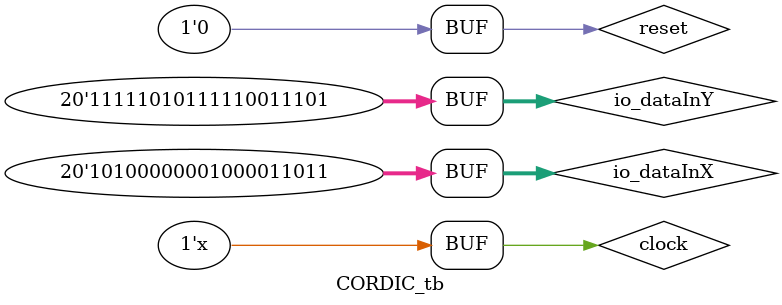
<source format=sv>
module CORDIC_tb;

  reg           clock;
  reg           reset;
  reg  [19 : 0] io_dataInX;
  reg  [19 : 0] io_dataInY;
  wire [49 : 0] io_dataOutX;
  wire [49 : 0] io_dataOutPhase;

  CORDIC dut (
    .clock(clock),
    .reset(reset),
    .io_dataInX(io_dataInX),
    .io_dataInY(io_dataInY),
    .io_dataOutX(io_dataOutX),
    .io_dataOutPhase(io_dataOutPhase)
  );

  initial begin
    clock      = 0;
    reset      = 0;
    io_dataInX = 0;
    io_dataInY = 0;

    #10;
    io_dataInX = 20'b11000000000000000000;
    io_dataInY = 20'b00000000000000000000;
    #10;
    io_dataInX = 20'b11000000000101100111;
    io_dataInY = 20'b11111100101001101000;
    #10;
    io_dataInX = 20'b11000000010110011100;
    io_dataInY = 20'b11111001010011110110;
    #10;
    io_dataInX = 20'b11000000110010011011;
    io_dataInY = 20'b11110101111111010000;
    #10;
    io_dataInX = 20'b11000001011001100000;
    io_dataInY = 20'b11110010101100011001;
    #10;
    io_dataInX = 20'b11000010001011100100;
    io_dataInY = 20'b11101111011011111000;
    #10;
    io_dataInX = 20'b11000011001000011110;
    io_dataInY = 20'b11101100001110010001;
    #10;
    io_dataInX = 20'b11000100010000000011;
    io_dataInY = 20'b11101001000100001000;
    #10;
    io_dataInX = 20'b11000101100010001000;
    io_dataInY = 20'b11100101111110000000;
    #10;
    io_dataInX = 20'b11000110111110011100;
    io_dataInY = 20'b11100010111100011101;
    #10;
    io_dataInX = 20'b11001000100100110001;
    io_dataInY = 20'b11100000000000000000;
    #10;
    io_dataInX = 20'b11001010010100110100;
    io_dataInY = 20'b11011101001001001010;
    #10;
    io_dataInX = 20'b11001100001110010001;
    io_dataInY = 20'b11011010011000011100;
    #10;
    io_dataInX = 20'b11001110010000110100;
    io_dataInY = 20'b11010111101110010011;
    #10;
    io_dataInX = 20'b11010000011100000101;
    io_dataInY = 20'b11010101001011001111;
    #10;
    io_dataInX = 20'b11010010101111101100;
    io_dataInY = 20'b11010010101111101100;
    #10;
    io_dataInX = 20'b11010101001011001111;
    io_dataInY = 20'b11010000011100000101;
    #10;
    io_dataInX = 20'b11010111101110010011;
    io_dataInY = 20'b11001110010000110100;
    #10;
    io_dataInX = 20'b11011010011000011100;
    io_dataInY = 20'b11001100001110010001;
    #10;
    io_dataInX = 20'b11011101001001001010;
    io_dataInY = 20'b11001010010100110100;
    #10;
    io_dataInX = 20'b11100000000000000000;
    io_dataInY = 20'b11001000100100110001;
    #10;
    io_dataInX = 20'b11100010111100011101;
    io_dataInY = 20'b11000110111110011100;
    #10;
    io_dataInX = 20'b11100101111110000000;
    io_dataInY = 20'b11000101100010001000;
    #10;
    io_dataInX = 20'b11101001000100001000;
    io_dataInY = 20'b11000100010000000011;
    #10;
    io_dataInX = 20'b11101100001110010001;
    io_dataInY = 20'b11000011001000011110;
    #10;
    io_dataInX = 20'b11101111011011111000;
    io_dataInY = 20'b11000010001011100100;
    #10;
    io_dataInX = 20'b11110010101100011001;
    io_dataInY = 20'b11000001011001100000;
    #10;
    io_dataInX = 20'b11110101111111010000;
    io_dataInY = 20'b11000000110010011011;
    #10;
    io_dataInX = 20'b11111001010011110110;
    io_dataInY = 20'b11000000010110011100;
    #10;
    io_dataInX = 20'b11111100101001101000;
    io_dataInY = 20'b11000000000101100111;
    #10;
    io_dataInX = 20'b00000000000000000000;
    io_dataInY = 20'b11000000000000000000;
    #10;
    io_dataInX = 20'b00000011010110011000;
    io_dataInY = 20'b11000000000101100111;
    #10;
    io_dataInX = 20'b00000110101100001010;
    io_dataInY = 20'b11000000010110011100;
    #10;
    io_dataInX = 20'b00001010000000110000;
    io_dataInY = 20'b11000000110010011011;
    #10;
    io_dataInX = 20'b00001101010011100111;
    io_dataInY = 20'b11000001011001100000;
    #10;
    io_dataInX = 20'b00010000100100001000;
    io_dataInY = 20'b11000010001011100100;
    #10;
    io_dataInX = 20'b00010011110001101111;
    io_dataInY = 20'b11000011001000011110;
    #10;
    io_dataInX = 20'b00010110111011111000;
    io_dataInY = 20'b11000100010000000011;
    #10;
    io_dataInX = 20'b00011010000010000000;
    io_dataInY = 20'b11000101100010001000;
    #10;
    io_dataInX = 20'b00011101000011100011;
    io_dataInY = 20'b11000110111110011100;
    #10;
    io_dataInX = 20'b00100000000000000000;
    io_dataInY = 20'b11001000100100110001;
    #10;
    io_dataInX = 20'b00100010110110110110;
    io_dataInY = 20'b11001010010100110100;
    #10;
    io_dataInX = 20'b00100101100111100100;
    io_dataInY = 20'b11001100001110010001;
    #10;
    io_dataInX = 20'b00101000010001101101;
    io_dataInY = 20'b11001110010000110100;
    #10;
    io_dataInX = 20'b00101010110100110001;
    io_dataInY = 20'b11010000011100000101;
    #10;
    io_dataInX = 20'b00101101010000010100;
    io_dataInY = 20'b11010010101111101100;
    #10;
    io_dataInX = 20'b00101111100011111011;
    io_dataInY = 20'b11010101001011001111;
    #10;
    io_dataInX = 20'b00110001101111001100;
    io_dataInY = 20'b11010111101110010011;
    #10;
    io_dataInX = 20'b00110011110001101111;
    io_dataInY = 20'b11011010011000011100;
    #10;
    io_dataInX = 20'b00110101101011001100;
    io_dataInY = 20'b11011101001001001010;
    #10;
    io_dataInX = 20'b00110111011011001111;
    io_dataInY = 20'b11100000000000000000;
    #10;
    io_dataInX = 20'b00111001000001100100;
    io_dataInY = 20'b11100010111100011101;
    #10;
    io_dataInX = 20'b00111010011101111000;
    io_dataInY = 20'b11100101111110000000;
    #10;
    io_dataInX = 20'b00111011101111111101;
    io_dataInY = 20'b11101001000100001000;
    #10;
    io_dataInX = 20'b00111100110111100010;
    io_dataInY = 20'b11101100001110010001;
    #10;
    io_dataInX = 20'b00111101110100011100;
    io_dataInY = 20'b11101111011011111000;
    #10;
    io_dataInX = 20'b00111110100110100000;
    io_dataInY = 20'b11110010101100011001;
    #10;
    io_dataInX = 20'b00111111001101100101;
    io_dataInY = 20'b11110101111111010000;
    #10;
    io_dataInX = 20'b00111111101001100100;
    io_dataInY = 20'b11111001010011110110;
    #10;
    io_dataInX = 20'b00111111111010011001;
    io_dataInY = 20'b11111100101001101000;
    #10;
    io_dataInX = 20'b01000000000000000000;
    io_dataInY = 20'b00000000000000000000;
    #10;
    io_dataInX = 20'b00111111111010011001;
    io_dataInY = 20'b00000011010110011000;
    #10;
    io_dataInX = 20'b00111111101001100100;
    io_dataInY = 20'b00000110101100001010;
    #10;
    io_dataInX = 20'b00111111001101100101;
    io_dataInY = 20'b00001010000000110000;
    #10;
    io_dataInX = 20'b00111110100110100000;
    io_dataInY = 20'b00001101010011100111;
    #10;
    io_dataInX = 20'b00111101110100011100;
    io_dataInY = 20'b00010000100100001000;
    #10;
    io_dataInX = 20'b00111100110111100010;
    io_dataInY = 20'b00010011110001101111;
    #10;
    io_dataInX = 20'b00111011101111111101;
    io_dataInY = 20'b00010110111011111000;
    #10;
    io_dataInX = 20'b00111010011101111000;
    io_dataInY = 20'b00011010000010000000;
    #10;
    io_dataInX = 20'b00111001000001100100;
    io_dataInY = 20'b00011101000011100011;
    #10;
    io_dataInX = 20'b00110111011011001111;
    io_dataInY = 20'b00100000000000000000;
    #10;
    io_dataInX = 20'b00110101101011001100;
    io_dataInY = 20'b00100010110110110110;
    #10;
    io_dataInX = 20'b00110011110001101111;
    io_dataInY = 20'b00100101100111100100;
    #10;
    io_dataInX = 20'b00110001101111001100;
    io_dataInY = 20'b00101000010001101101;
    #10;
    io_dataInX = 20'b00101111100011111011;
    io_dataInY = 20'b00101010110100110001;
    #10;
    io_dataInX = 20'b00101101010000010100;
    io_dataInY = 20'b00101101010000010100;
    #10;
    io_dataInX = 20'b00101010110100110001;
    io_dataInY = 20'b00101111100011111011;
    #10;
    io_dataInX = 20'b00101000010001101101;
    io_dataInY = 20'b00110001101111001100;
    #10;
    io_dataInX = 20'b00100101100111100100;
    io_dataInY = 20'b00110011110001101111;
    #10;
    io_dataInX = 20'b00100010110110110110;
    io_dataInY = 20'b00110101101011001100;
    #10;
    io_dataInX = 20'b00100000000000000000;
    io_dataInY = 20'b00110111011011001111;
    #10;
    io_dataInX = 20'b00011101000011100011;
    io_dataInY = 20'b00111001000001100100;
    #10;
    io_dataInX = 20'b00011010000010000000;
    io_dataInY = 20'b00111010011101111000;
    #10;
    io_dataInX = 20'b00010110111011111000;
    io_dataInY = 20'b00111011101111111101;
    #10;
    io_dataInX = 20'b00010011110001101111;
    io_dataInY = 20'b00111100110111100010;
    #10;
    io_dataInX = 20'b00010000100100001000;
    io_dataInY = 20'b00111101110100011100;
    #10;
    io_dataInX = 20'b00001101010011100111;
    io_dataInY = 20'b00111110100110100000;
    #10;
    io_dataInX = 20'b00001010000000110000;
    io_dataInY = 20'b00111111001101100101;
    #10;
    io_dataInX = 20'b00000110101100001010;
    io_dataInY = 20'b00111111101001100100;
    #10;
    io_dataInX = 20'b00000011010110011000;
    io_dataInY = 20'b00111111111010011001;
    #10;
    io_dataInX = 20'b00000000000000000000;
    io_dataInY = 20'b01000000000000000000;
    #10;
    io_dataInX = 20'b11111100101001101000;
    io_dataInY = 20'b00111111111010011001;
    #10;
    io_dataInX = 20'b11111001010011110110;
    io_dataInY = 20'b00111111101001100100;
    #10;
    io_dataInX = 20'b11110101111111010000;
    io_dataInY = 20'b00111111001101100101;
    #10;
    io_dataInX = 20'b11110010101100011001;
    io_dataInY = 20'b00111110100110100000;
    #10;
    io_dataInX = 20'b11101111011011111000;
    io_dataInY = 20'b00111101110100011100;
    #10;
    io_dataInX = 20'b11101100001110010001;
    io_dataInY = 20'b00111100110111100010;
    #10;
    io_dataInX = 20'b11101001000100001000;
    io_dataInY = 20'b00111011101111111101;
    #10;
    io_dataInX = 20'b11100101111110000000;
    io_dataInY = 20'b00111010011101111000;
    #10;
    io_dataInX = 20'b11100010111100011101;
    io_dataInY = 20'b00111001000001100100;
    #10;
    io_dataInX = 20'b11100000000000000000;
    io_dataInY = 20'b00110111011011001111;
    #10;
    io_dataInX = 20'b11011101001001001010;
    io_dataInY = 20'b00110101101011001100;
    #10;
    io_dataInX = 20'b11011010011000011100;
    io_dataInY = 20'b00110011110001101111;
    #10;
    io_dataInX = 20'b11010111101110010011;
    io_dataInY = 20'b00110001101111001100;
    #10;
    io_dataInX = 20'b11010101001011001111;
    io_dataInY = 20'b00101111100011111011;
    #10;
    io_dataInX = 20'b11010010101111101100;
    io_dataInY = 20'b00101101010000010100;
    #10;
    io_dataInX = 20'b11010000011100000101;
    io_dataInY = 20'b00101010110100110001;
    #10;
    io_dataInX = 20'b11001110010000110100;
    io_dataInY = 20'b00101000010001101101;
    #10;
    io_dataInX = 20'b11001100001110010001;
    io_dataInY = 20'b00100101100111100100;
    #10;
    io_dataInX = 20'b11001010010100110100;
    io_dataInY = 20'b00100010110110110110;
    #10;
    io_dataInX = 20'b11001000100100110001;
    io_dataInY = 20'b00100000000000000000;
    #10;
    io_dataInX = 20'b11000110111110011100;
    io_dataInY = 20'b00011101000011100011;
    #10;
    io_dataInX = 20'b11000101100010001000;
    io_dataInY = 20'b00011010000010000000;
    #10;
    io_dataInX = 20'b11000100010000000011;
    io_dataInY = 20'b00010110111011111000;
    #10;
    io_dataInX = 20'b11000011001000011110;
    io_dataInY = 20'b00010011110001101111;
    #10;
    io_dataInX = 20'b11000010001011100100;
    io_dataInY = 20'b00010000100100001000;
    #10;
    io_dataInX = 20'b11000001011001100000;
    io_dataInY = 20'b00001101010011100111;
    #10;
    io_dataInX = 20'b11000000110010011011;
    io_dataInY = 20'b00001010000000110000;
    #10;
    io_dataInX = 20'b11000000010110011100;
    io_dataInY = 20'b00000110101100001010;
    #10;
    io_dataInX = 20'b11000000000101100111;
    io_dataInY = 20'b00000011010110011000;

    #10;
    io_dataInX = 20'b10100000000000000000;
    io_dataInY = 20'b00000000000000000000;
    #10;
    io_dataInX = 20'b10100000001000011011;
    io_dataInY = 20'b00000101000001100011;
    #10;
    io_dataInX = 20'b10100000100001101010;
    io_dataInY = 20'b00001010000010001110;
    #10;
    io_dataInX = 20'b10100001001011101001;
    io_dataInY = 20'b00001111000001001001;
    #10;
    io_dataInX = 20'b10100010000110010001;
    io_dataInY = 20'b00010011111101011010;
    #10;
    io_dataInX = 20'b10100011010001010111;
    io_dataInY = 20'b00011000110110001100;
    #10;
    io_dataInX = 20'b10100100101100101101;
    io_dataInY = 20'b00011101101010100110;
    #10;
    io_dataInX = 20'b10100110011000000101;
    io_dataInY = 20'b00100010011001110100;
    #10;
    io_dataInX = 20'b10101000010011001011;
    io_dataInY = 20'b00100111000010111111;
    #10;
    io_dataInX = 20'b10101010011101101010;
    io_dataInY = 20'b00101011100101010100;
    #10;
    io_dataInX = 20'b10101100110111001001;
    io_dataInY = 20'b00110000000000000000;
    #10;
    io_dataInX = 20'b10101111011111001101;
    io_dataInY = 20'b00110100010010010001;
    #10;
    io_dataInX = 20'b10110010010101011010;
    io_dataInY = 20'b00111000011011010111;
    #10;
    io_dataInX = 20'b10110101011001001110;
    io_dataInY = 20'b00111100011010100011;
    #10;
    io_dataInX = 20'b10111000101010001000;
    io_dataInY = 20'b01000000001111001001;
    #10;
    io_dataInX = 20'b10111100000111100010;
    io_dataInY = 20'b01000011111000011110;
    #10;
    io_dataInX = 20'b10111111110000110111;
    io_dataInY = 20'b01000111010101111000;
    #10;
    io_dataInX = 20'b11000011100101011101;
    io_dataInY = 20'b01001010100110110010;
    #10;
    io_dataInX = 20'b11000111100100101001;
    io_dataInY = 20'b01001101101010100110;
    #10;
    io_dataInX = 20'b11001011101101101111;
    io_dataInY = 20'b01010000100000110011;
    #10;
    io_dataInX = 20'b11010000000000000000;
    io_dataInY = 20'b01010011001000110111;
    #10;
    io_dataInX = 20'b11010100011010101100;
    io_dataInY = 20'b01010101100010010110;
    #10;
    io_dataInX = 20'b11011000111101000001;
    io_dataInY = 20'b01010111101100110101;
    #10;
    io_dataInX = 20'b11011101100110001100;
    io_dataInY = 20'b01011001100111111011;
    #10;
    io_dataInX = 20'b11100010010101011010;
    io_dataInY = 20'b01011011010011010011;
    #10;
    io_dataInX = 20'b11100111001001110100;
    io_dataInY = 20'b01011100101110101001;
    #10;
    io_dataInX = 20'b11101100000010100110;
    io_dataInY = 20'b01011101111001101111;
    #10;
    io_dataInX = 20'b11110000111110110111;
    io_dataInY = 20'b01011110110100010111;
    #10;
    io_dataInX = 20'b11110101111101110010;
    io_dataInY = 20'b01011111011110010110;
    #10;
    io_dataInX = 20'b11111010111110011101;
    io_dataInY = 20'b01011111110111100101;
    #10;
    io_dataInX = 20'b00000000000000000000;
    io_dataInY = 20'b01100000000000000000;
    #10;
    io_dataInX = 20'b00000101000001100011;
    io_dataInY = 20'b01011111110111100101;
    #10;
    io_dataInX = 20'b00001010000010001110;
    io_dataInY = 20'b01011111011110010110;
    #10;
    io_dataInX = 20'b00001111000001001001;
    io_dataInY = 20'b01011110110100010111;
    #10;
    io_dataInX = 20'b00010011111101011010;
    io_dataInY = 20'b01011101111001101111;
    #10;
    io_dataInX = 20'b00011000110110001100;
    io_dataInY = 20'b01011100101110101001;
    #10;
    io_dataInX = 20'b00011101101010100110;
    io_dataInY = 20'b01011011010011010011;
    #10;
    io_dataInX = 20'b00100010011001110100;
    io_dataInY = 20'b01011001100111111011;
    #10;
    io_dataInX = 20'b00100111000010111111;
    io_dataInY = 20'b01010111101100110101;
    #10;
    io_dataInX = 20'b00101011100101010100;
    io_dataInY = 20'b01010101100010010110;
    #10;
    io_dataInX = 20'b00110000000000000000;
    io_dataInY = 20'b01010011001000110111;
    #10;
    io_dataInX = 20'b00110100010010010001;
    io_dataInY = 20'b01010000100000110011;
    #10;
    io_dataInX = 20'b00111000011011010111;
    io_dataInY = 20'b01001101101010100110;
    #10;
    io_dataInX = 20'b00111100011010100011;
    io_dataInY = 20'b01001010100110110010;
    #10;
    io_dataInX = 20'b01000000001111001001;
    io_dataInY = 20'b01000111010101111000;
    #10;
    io_dataInX = 20'b01000011111000011110;
    io_dataInY = 20'b01000011111000011110;
    #10;
    io_dataInX = 20'b01000111010101111000;
    io_dataInY = 20'b01000000001111001001;
    #10;
    io_dataInX = 20'b01001010100110110010;
    io_dataInY = 20'b00111100011010100011;
    #10;
    io_dataInX = 20'b01001101101010100110;
    io_dataInY = 20'b00111000011011010111;
    #10;
    io_dataInX = 20'b01010000100000110011;
    io_dataInY = 20'b00110100010010010001;
    #10;
    io_dataInX = 20'b01010011001000110111;
    io_dataInY = 20'b00110000000000000000;
    #10;
    io_dataInX = 20'b01010101100010010110;
    io_dataInY = 20'b00101011100101010100;
    #10;
    io_dataInX = 20'b01010111101100110101;
    io_dataInY = 20'b00100111000010111111;
    #10;
    io_dataInX = 20'b01011001100111111011;
    io_dataInY = 20'b00100010011001110100;
    #10;
    io_dataInX = 20'b01011011010011010011;
    io_dataInY = 20'b00011101101010100110;
    #10;
    io_dataInX = 20'b01011100101110101001;
    io_dataInY = 20'b00011000110110001100;
    #10;
    io_dataInX = 20'b01011101111001101111;
    io_dataInY = 20'b00010011111101011010;
    #10;
    io_dataInX = 20'b01011110110100010111;
    io_dataInY = 20'b00001111000001001001;
    #10;
    io_dataInX = 20'b01011111011110010110;
    io_dataInY = 20'b00001010000010001110;
    #10;
    io_dataInX = 20'b01011111110111100101;
    io_dataInY = 20'b00000101000001100011;
    #10;
    io_dataInX = 20'b01100000000000000000;
    io_dataInY = 20'b00000000000000000000;
    #10;
    io_dataInX = 20'b01011111110111100101;
    io_dataInY = 20'b11111010111110011101;
    #10;
    io_dataInX = 20'b01011111011110010110;
    io_dataInY = 20'b11110101111101110010;
    #10;
    io_dataInX = 20'b01011110110100010111;
    io_dataInY = 20'b11110000111110110111;
    #10;
    io_dataInX = 20'b01011101111001101111;
    io_dataInY = 20'b11101100000010100110;
    #10;
    io_dataInX = 20'b01011100101110101001;
    io_dataInY = 20'b11100111001001110100;
    #10;
    io_dataInX = 20'b01011011010011010011;
    io_dataInY = 20'b11100010010101011010;
    #10;
    io_dataInX = 20'b01011001100111111011;
    io_dataInY = 20'b11011101100110001100;
    #10;
    io_dataInX = 20'b01010111101100110101;
    io_dataInY = 20'b11011000111101000001;
    #10;
    io_dataInX = 20'b01010101100010010110;
    io_dataInY = 20'b11010100011010101100;
    #10;
    io_dataInX = 20'b01010011001000110111;
    io_dataInY = 20'b11010000000000000000;
    #10;
    io_dataInX = 20'b01010000100000110011;
    io_dataInY = 20'b11001011101101101111;
    #10;
    io_dataInX = 20'b01001101101010100110;
    io_dataInY = 20'b11000111100100101001;
    #10;
    io_dataInX = 20'b01001010100110110010;
    io_dataInY = 20'b11000011100101011101;
    #10;
    io_dataInX = 20'b01000111010101111000;
    io_dataInY = 20'b10111111110000110111;
    #10;
    io_dataInX = 20'b01000011111000011110;
    io_dataInY = 20'b10111100000111100010;
    #10;
    io_dataInX = 20'b01000000001111001001;
    io_dataInY = 20'b10111000101010001000;
    #10;
    io_dataInX = 20'b00111100011010100011;
    io_dataInY = 20'b10110101011001001110;
    #10;
    io_dataInX = 20'b00111000011011010111;
    io_dataInY = 20'b10110010010101011010;
    #10;
    io_dataInX = 20'b00110100010010010001;
    io_dataInY = 20'b10101111011111001101;
    #10;
    io_dataInX = 20'b00110000000000000000;
    io_dataInY = 20'b10101100110111001001;
    #10;
    io_dataInX = 20'b00101011100101010100;
    io_dataInY = 20'b10101010011101101010;
    #10;
    io_dataInX = 20'b00100111000010111111;
    io_dataInY = 20'b10101000010011001011;
    #10;
    io_dataInX = 20'b00100010011001110100;
    io_dataInY = 20'b10100110011000000101;
    #10;
    io_dataInX = 20'b00011101101010100110;
    io_dataInY = 20'b10100100101100101101;
    #10;
    io_dataInX = 20'b00011000110110001100;
    io_dataInY = 20'b10100011010001010111;
    #10;
    io_dataInX = 20'b00010011111101011010;
    io_dataInY = 20'b10100010000110010001;
    #10;
    io_dataInX = 20'b00001111000001001001;
    io_dataInY = 20'b10100001001011101001;
    #10;
    io_dataInX = 20'b00001010000010001110;
    io_dataInY = 20'b10100000100001101010;
    #10;
    io_dataInX = 20'b00000101000001100011;
    io_dataInY = 20'b10100000001000011011;
    #10;
    io_dataInX = 20'b00000000000000000000;
    io_dataInY = 20'b10100000000000000000;
    #10;
    io_dataInX = 20'b11111010111110011101;
    io_dataInY = 20'b10100000001000011011;
    #10;
    io_dataInX = 20'b11110101111101110010;
    io_dataInY = 20'b10100000100001101010;
    #10;
    io_dataInX = 20'b11110000111110110111;
    io_dataInY = 20'b10100001001011101001;
    #10;
    io_dataInX = 20'b11101100000010100110;
    io_dataInY = 20'b10100010000110010001;
    #10;
    io_dataInX = 20'b11100111001001110100;
    io_dataInY = 20'b10100011010001010111;
    #10;
    io_dataInX = 20'b11100010010101011010;
    io_dataInY = 20'b10100100101100101101;
    #10;
    io_dataInX = 20'b11011101100110001100;
    io_dataInY = 20'b10100110011000000101;
    #10;
    io_dataInX = 20'b11011000111101000001;
    io_dataInY = 20'b10101000010011001011;
    #10;
    io_dataInX = 20'b11010100011010101100;
    io_dataInY = 20'b10101010011101101010;
    #10;
    io_dataInX = 20'b11010000000000000000;
    io_dataInY = 20'b10101100110111001001;
    #10;
    io_dataInX = 20'b11001011101101101111;
    io_dataInY = 20'b10101111011111001101;
    #10;
    io_dataInX = 20'b11000111100100101001;
    io_dataInY = 20'b10110010010101011010;
    #10;
    io_dataInX = 20'b11000011100101011101;
    io_dataInY = 20'b10110101011001001110;
    #10;
    io_dataInX = 20'b10111111110000110111;
    io_dataInY = 20'b10111000101010001000;
    #10;
    io_dataInX = 20'b10111100000111100010;
    io_dataInY = 20'b10111100000111100010;
    #10;
    io_dataInX = 20'b10111000101010001000;
    io_dataInY = 20'b10111111110000110111;
    #10;
    io_dataInX = 20'b10110101011001001110;
    io_dataInY = 20'b11000011100101011101;
    #10;
    io_dataInX = 20'b10110010010101011010;
    io_dataInY = 20'b11000111100100101001;
    #10;
    io_dataInX = 20'b10101111011111001101;
    io_dataInY = 20'b11001011101101101111;
    #10;
    io_dataInX = 20'b10101100110111001001;
    io_dataInY = 20'b11010000000000000000;
    #10;
    io_dataInX = 20'b10101010011101101010;
    io_dataInY = 20'b11010100011010101100;
    #10;
    io_dataInX = 20'b10101000010011001011;
    io_dataInY = 20'b11011000111101000001;
    #10;
    io_dataInX = 20'b10100110011000000101;
    io_dataInY = 20'b11011101100110001100;
    #10;
    io_dataInX = 20'b10100100101100101101;
    io_dataInY = 20'b11100010010101011010;
    #10;
    io_dataInX = 20'b10100011010001010111;
    io_dataInY = 20'b11100111001001110100;
    #10;
    io_dataInX = 20'b10100010000110010001;
    io_dataInY = 20'b11101100000010100110;
    #10;
    io_dataInX = 20'b10100001001011101001;
    io_dataInY = 20'b11110000111110110111;
    #10;
    io_dataInX = 20'b10100000100001101010;
    io_dataInY = 20'b11110101111101110010;
    #10;
    io_dataInX = 20'b10100000001000011011;
    io_dataInY = 20'b11111010111110011101;


    #10;
    #10;
    #10;
    #10;
    #10;
    #10;
    #10;
    #10;
    #10;
    #10;
    #10;
    #10;
    #10;
    #10;
    #10;
    #10;
    #10;
    #10;
    #10;
    #10;
    #10;
    #10;
    #10;
    #10;
    #10;
    #10;
    #10;
    #10;
    #10;
    #10;
    #10;
    #10;
    #10;
    #10;
    #10;
    #10;
    #10;
    #10;
    #10;
    #10;



  end

  always
    #5 clock = ! clock;

endmodule
</source>
